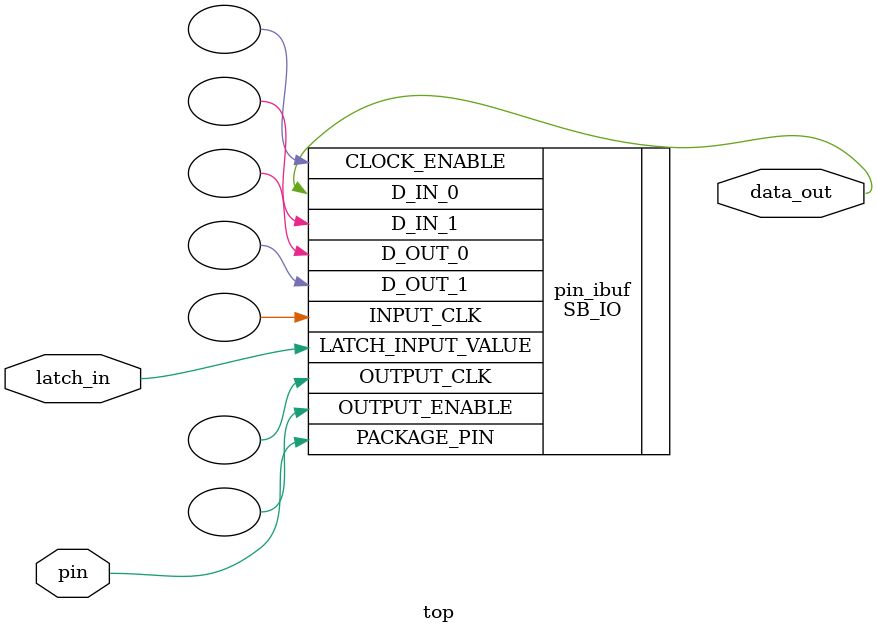
<source format=v>
module top (
	inout pin,
	input latch_in,
	output data_out
);
	SB_IO #(
		.PIN_TYPE(6'b0000_11),
		.PULLUP(1'b0),
		.NEG_TRIGGER(1'b0),
		.IO_STANDARD("SB_LVCMOS")
	) pin_ibuf (
		.PACKAGE_PIN(pin),
		.LATCH_INPUT_VALUE(latch_in),
		.CLOCK_ENABLE(),
		.INPUT_CLK(),
		.OUTPUT_CLK(),
		.OUTPUT_ENABLE(),
		.D_OUT_0(),
		.D_OUT_1(),
		.D_IN_0(data_out),
		.D_IN_1()
	);
endmodule

</source>
